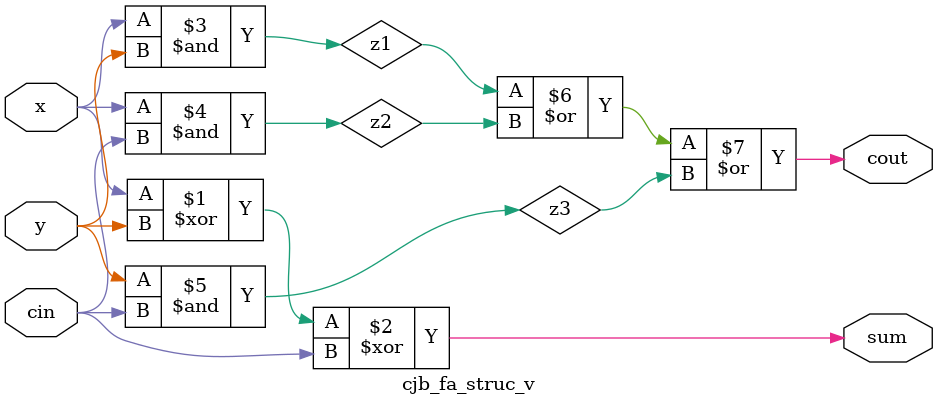
<source format=v>
module cjb_fa_struc_v (cin, x, y, sum, cout);
	input cin, x, y;
	output sum, cout;
	wire z1, z2, z3;
	
		xor (sum, x, y, cin);
		and (z1, x, y);
		and (z2, x, cin);
		and (z3, y, cin);
		or (cout, z1, z2, z3);
		
endmodule
</source>
